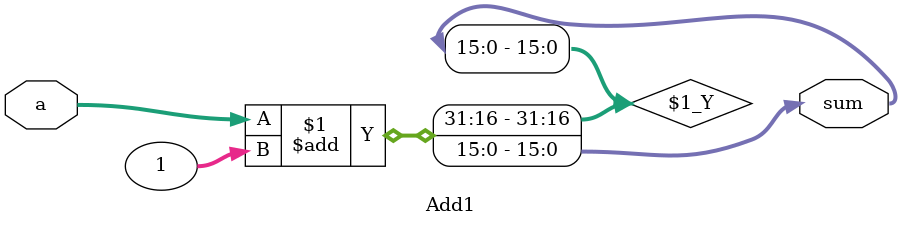
<source format=v>
module Add1 (
    input [15:0] a,          // 16-bit input operand 'a'
    output [15:0] sum        // 16-bit output for the result of incrementing 'a' by 1
);

    // Perform addition: Increment the 16-bit input 'a' by 1
    assign sum = a + 1;

endmodule
</source>
